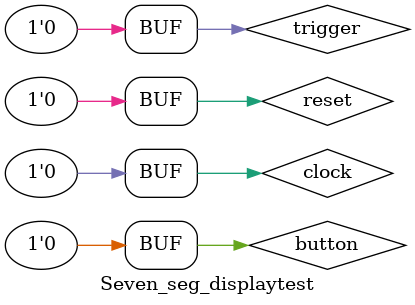
<source format=v>
`timescale 1ns / 1ps


module Seven_seg_displaytest;

	// Inputs
	reg button;
	reg clock;
	reg trigger;
	reg reset;

	// Outputs
	wire [6:0] seven;
	wire [3:0] AN;

	// Instantiate the Unit Under Test (UUT)
	Final_bto7 uut (
		.seven(seven), 
		.AN(AN), 
		.button(button), 
		.clock(clock), 
		.trigger(trigger), 
		.reset(reset)
	);

	initial begin
		// Initialize Inputs
		button = 0;
		clock = 0;
		trigger = 0;
		reset = 0;

		// Wait 100 ns for global reset to finish
		#100;
        
		// Add stimulus here
		

	end
      
endmodule


</source>
